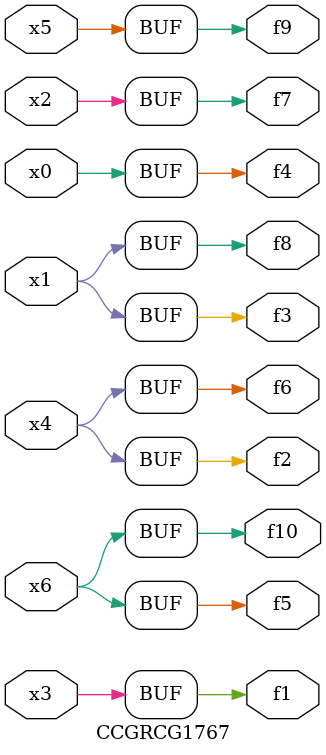
<source format=v>
module CCGRCG1767(
	input x0, x1, x2, x3, x4, x5, x6,
	output f1, f2, f3, f4, f5, f6, f7, f8, f9, f10
);
	assign f1 = x3;
	assign f2 = x4;
	assign f3 = x1;
	assign f4 = x0;
	assign f5 = x6;
	assign f6 = x4;
	assign f7 = x2;
	assign f8 = x1;
	assign f9 = x5;
	assign f10 = x6;
endmodule

</source>
